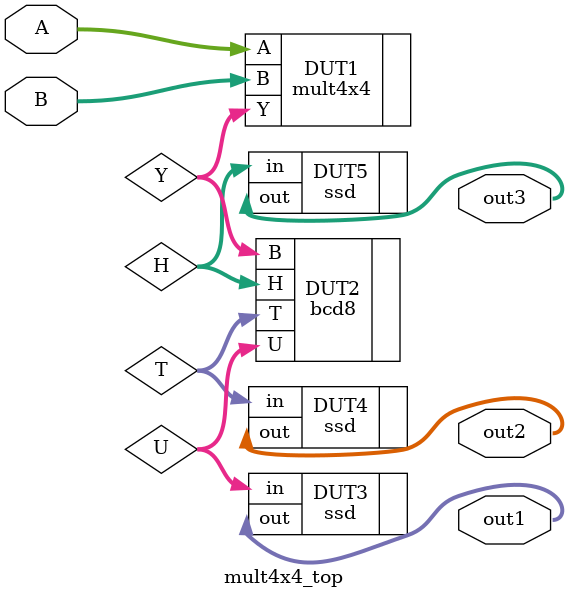
<source format=sv>
`timescale 1ns / 1ps
module mult4x4_top (
    input logic [3: 0] A,
    input logic [3: 0] B,

    output logic [6: 0] out1,
    output logic [6: 0] out2,
    output logic [6: 0] out3
);

logic [7: 0] Y;
// instantiate mult4x4
mult4x4 DUT1 (
    .A (A),
    .B (B),

    .Y (Y)
);

logic [3: 0] U;
logic [3: 0] T;
logic [3: 0] H;

//instantiate BCD Dencoder
bcd8 DUT2 (
    .B (Y),
    .U (U),  // units
    .T (T),  // tens
    .H (H)  //Hundreds
);

//instantiate 3 SSDs
ssd DUT3 (
    .in (U),
    .out (out1)
);

ssd DUT4 (
    .in (T),
    .out(out2)
);

ssd DUT5 (
    .in (H),
    .out (out3)
);

endmodule
</source>
